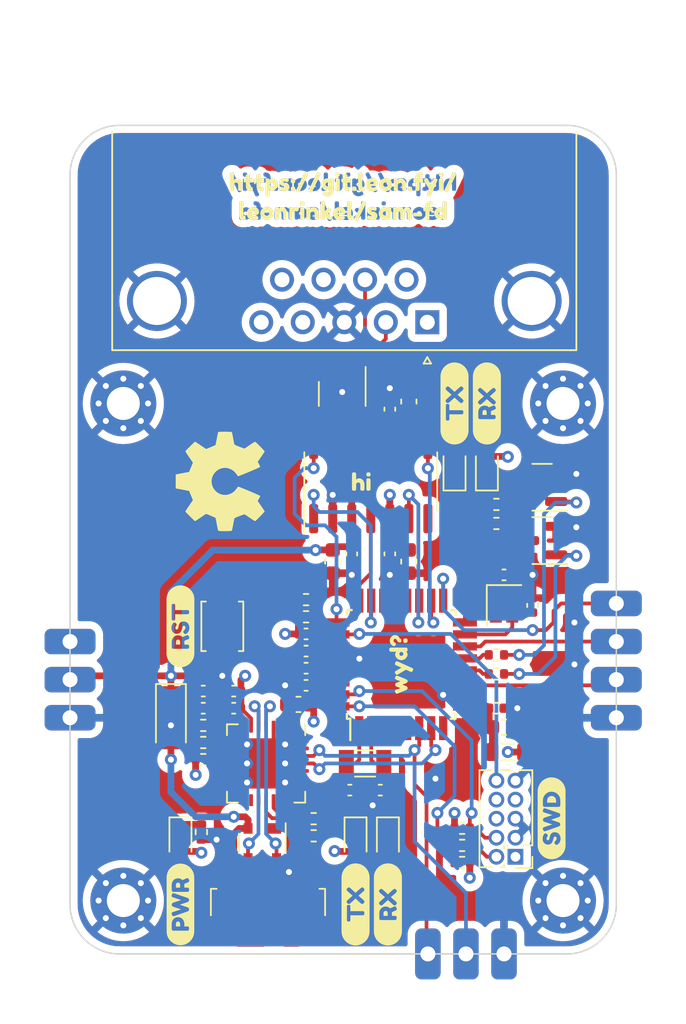
<source format=kicad_pcb>
(kicad_pcb (version 20211014) (generator pcbnew)
  (title_block (title "sam-fd") (date "2023-01-27") (rev "3") (company "Leon Rinkel") (comment 1 "leon@rinkel.me") (comment 2 "https://git.leon.fyi/leonrinkel/sam-fd"))
  (layers (0 "F.Cu" mixed) (1 "In1.Cu" power) (2 "In2.Cu" power) (31 "B.Cu" mixed) (34 "B.Paste" user) (35 "F.Paste" user) (36 "B.SilkS" user "B.Silkscreen") (37 "F.SilkS" user "F.Silkscreen") (38 "B.Mask" user) (39 "F.Mask" user) (44 "Edge.Cuts" user))
  (net 0 "")
  (net 1 "+3V3")
  (net 2 "/MCU/~{RESET}")
  (net 3 "GND")
  (net 4 "/MCU/XIN32")
  (net 5 "/MCU/XOUT32")
  (net 6 "/MCU/VDDANA")
  (net 7 "/MCU/VDDCORE")
  (net 8 "/MCU/XIN")
  (net 9 "/MCU/XOUT")
  (net 10 "+5V")
  (net 11 "Net-(D1-Pad1)")
  (net 12 "Net-(D2-Pad1)")
  (net 13 "Net-(D3-Pad1)")
  (net 14 "VBUS")
  (net 15 "/USB/D-")
  (net 16 "/USB/D+")
  (net 17 "Net-(D6-Pad1)")
  (net 18 "Net-(D7-Pad1)")
  (net 19 "Net-(J1-Pad2)")
  (net 20 "/MCU/SWCLK")
  (net 25 "/USB/SHIELD")
  (net 27 "/CAN/CAN_LOW")
  (net 31 "/CAN/CAN_HIGH")
  (net 34 "/RX_ACT")
  (net 35 "/TX_ACT")
  (net 36 "Net-(R5-Pad2)")
  (net 37 "/MCU/SWDIO")
  (net 38 "Net-(R10-Pad1)")
  (net 39 "Net-(R11-Pad2)")
  (net 40 "/USB/~{TXT}")
  (net 41 "/USB/~{RXT}")
  (net 42 "/MCU/PA02")
  (net 43 "/MCU/PA03")
  (net 44 "/MCU/PA04")
  (net 45 "/UART_TX")
  (net 46 "/UART_RX")
  (net 47 "/MCU/PA07")
  (net 48 "/CAN_~{ERR}")
  (net 49 "/CAN_EN")
  (net 50 "/CAN_~{STB}")
  (net 51 "/MCU/PA22")
  (net 52 "/MCU/PA23")
  (net 53 "/CAN_TX")
  (net 54 "/CAN_RX")
  (net 55 "/MCU/PA19")
  (net 56 "/MCU/PA28")
  (net 77 "Net-(Q1-Pad1)")
  (net 78 "Net-(Q2-Pad1)")
  (net 79 "/PA08")
  (net 80 "/PA11")
  (net 81 "/PA16")
  (net 82 "Net-(Q1-Pad3)")
  (net 83 "Net-(Q2-Pad3)")
  (footprint "kibuzzard-63D420B8" (layer "F.Cu") (at 103.759 66.421)
    (fp_text reference "kibuzzard-63D420B8" hide)
    (fp_text value "G***" hide)
  )
  (footprint "kibuzzard-63D40F1D" (layer "F.Cu") (at 116.459 88.8746 90)
    (fp_text reference "kibuzzard-63D40F1D" hide)
    (fp_text value "G***" hide)
  )
  (footprint "sam-fd:USB_Micro-B_Molex_47346-0001" (layer "F.Cu") (at 97.536 95.285)
    (fp_text reference "J2")
    (fp_text value "USB_B_Micro")
  )
  (footprint "Resistor_SMD:R_0402_1005Metric" (layer "F.Cu") (at 100.076 74.295 180)
    (fp_text reference "R5")
    (fp_text value "330Ω")
  )
  (footprint "Resistor_SMD:R_0402_1005Metric" (layer "F.Cu") (at 112.776 79.248)
    (fp_text reference "R6")
    (fp_text value "10kΩ")
  )
  (footprint "Crystal:Crystal_SMD_2016-4Pin_2.0x1.6mm" (layer "F.Cu") (at 113.284 74.676 -90)
    (fp_text reference "Y2")
    (fp_text value "32MHz")
  )
  (footprint "sam-fd:CastellatedHoles_1x04_P2.54mm" (layer "F.Cu") (at 120.777 82.169 180)
    (fp_text reference "J4")
    (fp_text value "Conn_01x04")
  )
  (footprint "Capacitor_SMD:C_0402_1005Metric" (layer "F.Cu") (at 105.664 61.595 90)
    (fp_text reference "C21")
    (fp_text value "100nF")
  )
  (footprint "Capacitor_SMD:C_0402_1005Metric" (layer "F.Cu") (at 95.25 81.534 180)
    (fp_text reference "C15" hide)
    (fp_text value "100nF")
  )
  (footprint "Symbol:OSHW-Symbol_6.7x6mm_SilkScreen" (layer "F.Cu") (at 94.361 66.421 90)
    (fp_text reference "REF**" hide)
    (fp_text value "OSHW-Symbol_6.7x6mm_SilkScreen" hide)
  )
  (footprint "LED_SMD:LED_0603_1608Metric" (layer "F.Cu") (at 109.982 65.532 90)
    (fp_text reference "D2")
    (fp_text value "GREEN")
  )
  (footprint "Capacitor_SMD:C_0402_1005Metric" (layer "F.Cu") (at 100.076 78.867 180)
    (fp_text reference "C8")
    (fp_text value "100nF")
  )
  (footprint "sam-fd:PinHeader_2x05_P1.27mm_Vertical" (layer "F.Cu") (at 114.046 91.44 180)
    (fp_text reference "J1")
    (fp_text value "Conn_ARM_JTAG_SWD_10")
  )
  (footprint "Resistor_SMD:R_0402_1005Metric" (layer "F.Cu") (at 112.776 69.215)
    (fp_text reference "R2")
    (fp_text value "68Ω")
  )
  (footprint "Resistor_SMD:R_0402_1005Metric" (layer "F.Cu") (at 93.218 82.677 180)
    (fp_text reference "R10")
    (fp_text value "47.5kΩ")
  )
  (footprint "kibuzzard-63D3DC15" (layer "F.Cu") (at 91.694 94.615 90)
    (fp_text reference "kibuzzard-63D3DC15" hide)
    (fp_text value "G***" hide)
  )
  (footprint "Connector_Dsub:DSUB-9_Male_Horizontal_P2.77x2.84mm_EdgePinOffset9.90mm_Housed_MountingHolesOffset11.32mm" (layer "F.Cu") (at 108.166 55.801331 180)
    (fp_text reference "J3")
    (fp_text value "DB9_Male_MountingHoles")
  )
  (footprint "sam-fd:CastellatedHoles_1x03_P2.54mm" (layer "F.Cu") (at 108.204 97.917 90)
    (fp_text reference "J6")
    (fp_text value "Conn_01x03")
  )
  (footprint "MountingHole:MountingHole_2.2mm_M2_Pad_Via" (layer "F.Cu") (at 117.221 94.361)
    (fp_text reference "H4")
    (fp_text value "MountingHole_Pad")
  )
  (footprint "Capacitor_SMD:C_0402_1005Metric" (layer "F.Cu") (at 93.218 81.534 180)
    (fp_text reference "C13")
    (fp_text value "100nF")
  )
  (footprint "kibuzzard-63E7A195" (layer "F.Cu") (at 102.5398 46.609)
    (fp_text reference "kibuzzard-63E7A195" hide)
    (fp_text value "G***" hide)
  )
  (footprint "kibuzzard-63E7A1EC" (layer "F.Cu") (at 102.5398 46.609)
    (fp_text reference "kibuzzard-63E7A1EC" hide)
    (fp_text value "G***" hide)
  )
  (footprint "kibuzzard-63D41F74" (layer "F.Cu") (at 106.426 78.613 90)
    (fp_text reference "kibuzzard-63D41F74" hide)
    (fp_text value "G***" hide)
  )
  (footprint "MountingHole:MountingHole_2.2mm_M2_Pad_Via" (layer "F.Cu") (at 87.884 61.214)
    (fp_text reference "H1")
    (fp_text value "MountingHole_Pad")
  )
  (footprint "kibuzzard-63E7A1A7" (layer "F.Cu") (at 102.5398 48.387)
    (fp_text reference "kibuzzard-63E7A1A7" hide)
    (fp_text value "G***" hide)
  )
  (footprint "Resistor_SMD:R_0402_1005Metric" (layer "F.Cu") (at 93.091 89.789 -90)
    (fp_text reference "R1")
    (fp_text value "68Ω")
  )
  (footprint "kibuzzard-63D3DC5C" (layer "F.Cu") (at 105.537 94.615 90)
    (fp_text reference "kibuzzard-63D3DC5C" hide)
    (fp_text value "G***" hide)
  )
  (footprint "Inductor_SMD:L_0805_2012Metric" (layer "F.Cu") (at 113.538 84.455 180)
    (fp_text reference "L1")
    (fp_text value "39nH")
  )
  (footprint "Package_SO:SO-14_3.9x8.65mm_P1.27mm" (layer "F.Cu") (at 104.394 66.421 90)
    (fp_text reference "U3")
    (fp_text value "TJA1443AT")
  )
  (footprint "Capacitor_SMD:C_0402_1005Metric" (layer "F.Cu") (at 103.124 71.247 -90)
    (fp_text reference "C17")
    (fp_text value "100nF")
  )
  (footprint "Package_QFP:TQFP-32_7x7mm_P0.8mm" (layer "F.Cu") (at 106.426 78.613 90)
    (fp_text reference "U1")
    (fp_text value "ATSAMC21E")
  )
  (footprint "Resistor_SMD:R_0402_1005Metric" (layer "F.Cu") (at 100.584 88.9)
    (fp_text reference "R12")
    (fp_text value "68Ω")
  )
  (footprint "Resistor_SMD:R_0402_1005Metric" (layer "F.Cu") (at 93.218 83.82)
    (fp_text reference "R9")
    (fp_text value "22.1kΩ")
  )
  (footprint "Diode_SMD:D_SOD-123" (layer "F.Cu") (at 91.059 82.169 -90)
    (fp_text reference "D5")
    (fp_text value "MBR130T1G")
  )
  (footprint "Capacitor_SMD:C_0402_1005Metric" (layer "F.Cu") (at 113.284 72.644)
    (fp_text reference "C11")
    (fp_text value "5.6pF")
  )
  (footprint "Package_TO_SOT_SMD:SOT-23" (layer "F.Cu") (at 115.824 70.358 180)
    (fp_text reference "Q1")
    (fp_text value "Q_NPN_BEC")
  )
  (footprint "kibuzzard-63D3DC5C" (layer "F.Cu") (at 112.141 61.214 90)
    (fp_text reference "kibuzzard-63D3DC5C" hide)
    (fp_text value "G***" hide)
  )
  (footprint "LED_SMD:LED_0603_1608Metric" (layer "F.Cu") (at 91.694 90.297 -90)
    (fp_text reference "D1")
    (fp_text value "RED")
  )
  (footprint "Package_TO_SOT_SMD:SOT-23" (layer "F.Cu") (at 115.824 66.802 180)
    (fp_text reference "Q2")
    (fp_text value "Q_NPN_BEC")
  )
  (footprint "Capacitor_SMD:C_0402_1005Metric" (layer "F.Cu") (at 115.189 74.676 90)
    (fp_text reference "C10")
    (fp_text value "5.6pF")
  )
  (footprint "Capacitor_SMD:C_0603_1608Metric" (layer "F.Cu") (at 113.284 82.804)
    (fp_text reference "C4")
    (fp_text value "10µF")
  )
  (footprint "LED_SMD:LED_0603_1608Metric" (layer "F.Cu") (at 112.141 65.532 90)
    (fp_text reference "D3")
    (fp_text value "GREEN")
  )
  (footprint "Capacitor_SMD:C_0402_1005Metric" (layer "F.Cu") (at 100.076 77.724 180)
    (fp_text reference "C6")
    (fp_text value "1µF")
  )
  (footprint "Resistor_SMD:R_0402_1005Metric" (layer "F.Cu") (at 93.218 84.963)
    (fp_text reference "R11")
    (fp_text value "1kΩ")
  )
  (footprint "Resistor_SMD:R_0402_1005Metric" (layer "F.Cu") (at 100.584 90.043)
    (fp_text reference "R13")
    (fp_text value "68Ω")
  )
  (footprint "Package_TO_SOT_SMD:SOT-23-3" (layer "F.Cu") (at 102.489 60.579 -90)
    (fp_text reference "U4")
    (fp_text value "PESD2CANFD24L")
  )
  (footprint "kibuzzard-63E7A1F6" (layer "F.Cu") (at 102.5398 48.387)
    (fp_text reference "kibuzzard-63E7A1F6" hide)
    (fp_text value "G***" hide)
  )
  (footprint "MountingHole:MountingHole_2.2mm_M2_Pad_Via" (layer "F.Cu") (at 117.221 61.214)
    (fp_text reference "H2")
    (fp_text value "MountingHole_Pad")
  )
  (footprint "Resistor_SMD:R_0402_1005Metric" (layer "F.Cu") (at 110.49 89.535)
    (fp_text reference "R14")
    (fp_text value "47.5kΩ")
  )
  (footprint "Capacitor_SMD:C_0603_1608Metric" (layer "F.Cu") (at 99.568 81.28 180)
    (fp_text reference "C7")
    (fp_text value "10µF")
  )
  (footprint "Resistor_SMD:R_0402_1005Metric" (layer "F.Cu") (at 110.49 91.821 180)
    (fp_text reference "R15")
    (fp_text value "47.5kΩ")
  )
  (footprint "Resistor_SMD:R_0402_1005Metric" (layer "F.Cu") (at 100.076 75.438)
    (fp_text reference "R4")
    (fp_text value "2.2kΩ")
  )
  (footprint "Resistor_SMD:R_0402_1005Metric" (layer "F.Cu") (at 112.776 67.945)
    (fp_text reference "R3")
    (fp_text value "68Ω")
  )
  (footprint "Capacitor_SMD:C_0402_1005Metric" (layer "F.Cu") (at 102.997 86.995 180)
    (fp_text reference "C2")
    (fp_text value "4.7pF")
  )
  (footprint "Capacitor_SMD:C_0402_1005Metric" (layer "F.Cu") (at 105.029 86.995)
    (fp_text reference "C3")
    (fp_text value "4.7pF")
  )
  (footprint "Package_DFN_QFN:QFN-28-1EP_5x5mm_P0.5mm_EP3.35x3.35mm" (layer "F.Cu") (at 97.409 85.217 -90)
    (fp_text reference "U2")
    (fp_text value "CP2102N-Axx-xQFN28")
  )
  (footprint "kibuzzard-63D40257" (layer "F.Cu") (at 91.694 76.073 90)
    (fp_text reference "kibuzzard-63D40257" hide)
    (fp_text value "G***" hide)
  )
  (footprint "Capacitor_SMD:C_0603_1608Metric" (layer "F.Cu") (at 106.934 61.087 90)
    (fp_text reference "C19")
    (fp_text value "10µF")
  )
  (footprint "Package_TO_SOT_SMD:SOT-143" (layer "F.Cu") (at 97.155 90.551 -90)
    (fp_text reference "D4")
    (fp_text value "SP0503BAHT")
  )
  (footprint "Capacitor_SMD:C_0603_1608Metric" (layer "F.Cu") (at 101.854 71.755 -90)
    (fp_text reference "C16")
    (fp_text value "10µF")
  )
  (footprint "Capacitor_SMD:C_0402_1005Metric" (layer "F.Cu") (at 105.664 71.247 -90)
    (fp_text reference "C20")
    (fp_text value "100nF")
  )
  (footprint "kibuzzard-63D3DC51" (layer "F.Cu") (at 103.378 94.615 90)
    (fp_text reference "kibuzzard-63D3DC51" hide)
    (fp_text value "G***" hide)
  )
  (footprint "kibuzzard-63D3DC51" (layer "F.Cu") (at 109.982 61.214 90)
    (fp_text reference "kibuzzard-63D3DC51" hide)
    (fp_text value "G***" hide)
  )
  (footprint "Capacitor_SMD:C_0603_1608Metric" (layer "F.Cu") (at 106.934 71.755 -90)
    (fp_text reference "C18")
    (fp_text value "10µF")
  )
  (footprint "Resistor_SMD:R_0402_1005Metric" (layer "F.Cu") (at 110.488 90.68)
    (fp_text reference "R8")
    (fp_text value "22Ω")
  )
  (footprint "Symbol:OSHW-Symbol_6.7x6mm_Copper" (layer "F.Cu") (at 94.361 66.421 90)
    (fp_text reference "REF**" hide)
    (fp_text value "OSHW-Symbol_6.7x6mm_Copper" hide)
  )
  (footprint "Capacitor_SMD:C_0402_1005Metric" (layer "F.Cu") (at 95.25 80.391 180)
    (fp_text reference "C14" hide)
    (fp_text value "4.7µF")
  )
  (footprint "Capacitor_SMD:C_0402_1005Metric" (layer "F.Cu") (at 93.218 80.391 180)
    (fp_text reference "C12")
    (fp_text value "4.7µF")
  )
  (footprint "LED_SMD:LED_0603_1608Metric" (layer "F.Cu") (at 103.378 90.297 -90)
    (fp_text reference "D7")
    (fp_text value "YELLOW")
  )
  (footprint "Crystal:Crystal_SMD_3215-2Pin_3.2x1.5mm" (layer "F.Cu") (at 104.013 85.217)
    (fp_text reference "Y1")
    (fp_text value "32.768kHz")
  )
  (footprint "Button_Switch_SMD:SW_SPST_B3U-1000P" (layer "F.Cu") (at 94.488 76.073 90)
    (fp_text reference "SW1")
    (fp_text value "SW_Push")
  )
  (footprint "sam-fd:CastellatedHoles_1x03_P2.54mm" (layer "F.Cu") (at 84.328 77.089)
    (fp_text reference "J5")
    (fp_text value "Conn_01x03")
  )
  (footprint "LED_SMD:LED_0603_1608Metric" (layer "F.Cu") (at 105.537 90.297 -90)
    (fp_text reference "D6")
    (fp_text value "YELLOW")
  )
  (footprint "Capacitor_SMD:C_0402_1005Metric" (layer "F.Cu") (at 100.076 80.01 180)
    (fp_text reference "C9")
    (fp_text value "100nF")
  )
  (footprint "Capacitor_SMD:C_0402_1005Metric" (layer "F.Cu") (at 100.076 76.581)
    (fp_text reference "C1")
    (fp_text value "100pF")
  )
  (footprint "Resistor_SMD:R_0402_1005Metric" (layer "F.Cu") (at 112.776 77.978)
    (fp_text reference "R7")
    (fp_text value "10kΩ")
  )
  (footprint "Capacitor_SMD:C_0402_1005Metric" (layer "F.Cu") (at 112.776 81.534)
    (fp_text reference "C5")
    (fp_text value "100nF")
  )
  (footprint "MountingHole:MountingHole_2.2mm_M2_Pad_Via" (layer "F.Cu") (at 87.884 94.361)
    (fp_text reference "H3")
    (fp_text value "MountingHole_Pad")
  )
  (footprint "kibuzzard-63E7A25C" (layer "B.Cu") (at 102.5398 46.609 180)
    (fp_text reference "kibuzzard-63E7A25C" hide)
    (fp_text value "G***" hide)
  )
  (footprint "kibuzzard-63E7A280" (layer "B.Cu") (at 102.5398 48.387 180)
    (fp_text reference "kibuzzard-63E7A280" hide)
    (fp_text value "G***" hide)
  )
  (gr_arc (start 120.777 94.615) (mid 119.809867 96.949867) (end 117.475 97.917) (layer "Edge.Cuts") (width 0.1))
  (gr_line (start 87.63 42.672) (end 117.475 42.672) (layer "Edge.Cuts") (width 0.1))
  (gr_line (start 120.777 45.974) (end 120.777 94.615) (layer "Edge.Cuts") (width 0.1))
  (gr_arc (start 117.475 42.672) (mid 119.809867 43.639133) (end 120.777 45.974) (layer "Edge.Cuts") (width 0.1))
  (gr_arc (start 84.328 45.974) (mid 85.295133 43.639133) (end 87.63 42.672) (layer "Edge.Cuts") (width 0.1))
  (gr_line (start 84.328 94.615) (end 84.328 45.974) (layer "Edge.Cuts") (width 0.1))
  (gr_line (start 117.475 97.917) (end 87.63 97.917) (layer "Edge.Cuts") (width 0.1))
  (gr_arc (start 87.63 97.917) (mid 85.295133 96.949867) (end 84.328 94.615) (layer "Edge.Cuts") (width 0.1))
  (segment (start 96.409 82.213) (end 95.73 81.534) (width 0.25) (layer "F.Cu") (net 1))
  (segment (start 102.176 79.813) (end 100.753 79.813) (width 0.45) (layer "F.Cu") (net 1))
  (segment (start 103.378 91.0845) (end 102.0065 91.0845) (width 0.45) (layer "F.Cu") (net 1))
  (segment (start 100.753 79.813) (end 100.556 80.01) (width 0.45) (layer "F.Cu") (net 1))
  (segment (start 111 92.835) (end 110.998 92.837) (width 0.45) (layer "F.Cu") (net 1))
  (segment (start 105.664 68.896) (end 105.664 67.31) (width 0.45) (layer "F.Cu") (net 1))
  (segment (start 99.566 76.551) (end 99.596 76.581) (width 0.45) (layer "F.Cu") (net 1))
  (segment (start 109.982 64.7445) (end 112.141 64.7445) (width 0.45) (layer "F.Cu") (net 1))
  (segment (start 105.537 91.0845) (end 103.378 91.0845) (width 0.45) (layer "F.Cu") (net 1))
  (segment (start 99.596 76.581) (end 98.679 76.581) (width 0.45) (layer "F.Cu") (net 1))
  (segment (start 114.6005 84.455) (end 113.538 84.455) (width 0.45) (layer "F.Cu") (net 1))
  (segment (start 96.409 82.767) (end 96.409 82.213) (width 0.25) (layer "F.Cu") (net 1))
  (segment (start 95.73 79.657) (end 96.012 79.375) (width 0.45) (layer "F.Cu") (net 1))
  (segment (start 111 91.821) (end 111 92.835) (width 0.45) (layer "F.Cu") (net 1))
  (segment (start 100.556 80.01) (end 100.556 81.067) (width 0.45) (layer "F.Cu") (net 1))
  (segment (start 92.708 85.977) (end 92.71 85.979) (width 0.45) (layer "F.Cu") (net 1))
  (segment (start 109.98 88.521) (end 109.982 88.519) (width 0.45) (layer "F.Cu") (net 1))
  (segment (start 95.73 80.391) (end 95.73 81.534) (width 0.45) (layer "F.Cu") (net 1))
  (segment (start 92.708 84.963) (end 92.708 85.977) (width 0.45) (layer "F.Cu") (net 1))
  (segment (start 99.566 75.438) (end 99.566 76.551) (width 0.45) (layer "F.Cu") (net 1))
  (segment (start 113.5125 64.7445) (end 113.538 64.77) (width 0.45) (layer "F.Cu") (net 1))
  (segment (start 91.694 91.0845) (end 93.007 91.0845) (width 0.45) (layer "F.Cu") (net 1))
  (segment (start 109.98 89.535) (end 109.98 88.521) (width 0.45) (layer "F.Cu") (net 1))
  (segment (start 105.664 70.767) (end 106.721 70.767) (width 0.45) (layer "F.Cu") (net 1))
  (segment (start 106.721 70.767) (end 106.934 70.98) (width 0.45) (layer "F.Cu") (net 1))
  (segment (start 100.584 82.423) (end 100.584 81.521) (width 0.45) (layer "F.Cu") (net 1))
  (segment (start 93.007 91.0845) (end 93.091 91.1685) (width 0.45) (layer "F.Cu") (net 1))
  (segment (start 112.141 64.7445) (end 113.5125 64.7445) (width 0.45) (layer "F.Cu") (net 1))
  (segment (start 102.0065 91.0845) (end 101.981 91.059) (width 0.45) (layer "F.Cu") (net 1))
  (segment (start 95.73 80.391) (end 95.73 79.657) (width 0.45) (layer "F.Cu") (net 1))
  (segment (start 105.664 68.896) (end 105.664 70.767) (width 0.45) (layer "F.Cu") (net 1))
  (segment (start 100.556 81.067) (end 100.343 81.28) (width 0.45) (layer "F.Cu") (net 1))
  (segment (start 100.584 81.521) (end 100.343 81.28) (width 0.45) (layer "F.Cu") (net 1))
  (via (at 105.664 67.31) (size 0.8) (drill 0.4) (layers "F.Cu" "B.Cu") (net 1))
  (via (at 92.71 85.979) (size 0.8) (drill 0.4) (layers "F.Cu" "B.Cu") (net 1))
  (via (at 110.998 92.837) (size 0.8) (drill 0.4) (layers "F.Cu" "B.Cu") (net 1))
  (via (at 101.981 91.059) (size 0.8) (drill 0.4) (layers "F.Cu" "B.Cu") (net 1))
  (via (at 113.538 84.455) (size 0.8) (drill 0.4) (layers "F.Cu" "B.Cu") (net 1))
  (via (at 100.584 82.423) (size 0.8) (drill 0.4) (layers "F.Cu" "B.Cu") (net 1))
  (via (at 113.538 64.77) (size 0.8) (drill 0.4) (layers "F.Cu" "B.Cu") (net 1))
  (via (at 109.982 88.519) (size 0.8) (drill 0.4) (layers "F.Cu" "B.Cu") (net 1))
  (via (at 96.012 79.375) (size 0.8) (drill 0.4) (layers "F.Cu" "B.Cu") (net 1))
  (via (at 98.679 76.581) (size 0.8) (drill 0.4) (layers "F.Cu" "B.Cu") (net 1))
  (via (at 93.091 91.1685) (size 0.8) (drill 0.4) (layers "F.Cu" "B.Cu") (net 1))
  (segment (start 100.586 74.295) (end 100.586 75.438) (width 0.25) (layer "F.Cu") (net 2))
  (segment (start 100.556 76.581) (end 102.144 76.581) (width 0.25) (layer "F.Cu") (net 2))
  (segment (start 103.6 76.613) (end 103.632 76.581) (width 0.25) (layer "F.Cu") (net 2))
  (segment (start 100.586 76.551) (end 100.556 76.581) (width 0.25) (layer "F.Cu") (net 2))
  (segment (start 102.144 76.581) (end 102.176 76.613) (width 0.25) (layer "F.Cu") (net 2))
  (segment (start 102.176 76.613) (end 103.6 76.613) (width 0.25) (layer "F.Cu") (net 2))
  (segment (start 100.586 75.438) (end 100.586 76.551) (width 0.25) (layer "F.Cu") (net 2))
  (via (at 103.632 76.581) (size 0.8) (drill 0.4) (layers "F.Cu" "B.Cu") (net 2))
  (segment (start 109.728 76.581) (end 112.776 79.629) (width 0.25) (layer "B.Cu") (net 2))
  (segment (start 112.776 79.629) (end 112.776 86.36) (width 0.25) (layer "B.Cu") (net 2))
  (segment (start 103.632 76.581) (end 109.728 76.581) (width 0.25) (layer "B.Cu") (net 2))
  (segment (start 113.834 74.126) (end 113.834 73.976) (width 0.15) (layer "F.Cu") (net 3))
  (segment (start 113.764 72.644) (end 115.189 72.644) (width 0.45) (layer "F.Cu") (net 3))
  (segment (start 118.049 65.852) (end 118.11 65.913) (width 0.45) (layer "F.Cu") (net 3))
  (segment (start 93.091 90.299) (end 94.105 90.299) (width 0.45) (layer "F.Cu") (net 3))
  (segment (start 92.708 81.564) (end 92.738 81.534) (width 0.45) (layer "F.Cu") (net 3))
  (segment (start 104.549 87.983) (end 104.521 88.011) (width 0.45) (layer "F.Cu") (net 3))
  (segment (start 113.764 72.644) (end 113.764 73.906) (width 0.45) (layer "F.Cu") (net 3))
  (segment (start 103.613 78.213) (end 103.632 78.232) (width 0.45) (layer "F.Cu") (net 3))
  (segment (start 109.252 80.613) (end 109.22 80.645) (width 0.45) (layer "F.Cu") (net 3))
  (segment (start 97.905 89.551) (end 98.695 89.551) (width 0.45) (layer "F.Cu") (net 3))
  (segment (start 114.054 74.196) (end 113.834 73.976) (width 0.45) (layer "F.Cu") (net 3))
  (segment (start 115.189 74.196) (end 114.054 74.196) (width 0.45) (layer "F.Cu") (net 3))
  (segment (start 99.596 77.724) (end 99.596 78.867) (width 0.45) (layer "F.Cu") (net 3))
  (segment (start 94.488 79.375) (end 94.488 77.773) (width 0.45) (layer "F.Cu") (net 3))
  (segment (start 94.77 80.391) (end 94.77 79.657) (width 0.45) (layer "F.Cu") (net 3))
  (segment (start 94.105 90.299) (end 94.107 90.297) (width 0.45) (layer "F.Cu") (net 3))
  (segment (start 99.596 80.01) (end 98.679 80.01) (width 0.45) (layer "F.Cu") (net 3))
  (segment (start 98.933 89.789) (end 98.933 92.456) (width 0.45) (layer "F.Cu") (net 3))
  (segment (start 113.256 81.534) (end 114.173 81.534) (width 0.45) (layer "F.Cu") (net 3))
  (segment (start 103.01 72.53) (end 103.124 72.644) (width 0.45) (layer "F.Cu") (net 3))
  (segment (start 94.77 79.657) (end 94.488 79.375) (width 0.45) (layer "F.Cu") (net 3))
  (segment (start 101.854 68.896) (end 101.854 67.31) (width 0.45) (layer "F.Cu") (net 3))
  (segment (start 98.793 81.28) (end 98.793 80.124) (width 0.45) (layer "F.Cu") (net 3))
  (segment (start 98.793 80.124) (end 98.679 80.01) (width 0.45) (layer "F.Cu") (net 3))
  (segment (start 94.77 80.391) (end 94.77 81.534) (width 0.45) (layer "F.Cu") (net 3))
  (segment (start 99.596 78.867) (end 99.596 80.01) (width 0.45) (layer "F.Cu") (net 3))
  (segment (start 97.909 84.717) (end 97.409 85.217) (width 0.25) (layer "F.Cu") (net 3))
  (segment (start 112.734 75.226) (end 113.834 74.126) (width 0.15) (layer "F.Cu") (net 3))
  (segment (start 105.664 71.727) (end 105.664 72.644) (width 0.45) (layer "F.Cu") (net 3))
  (segment (start 114.059 82.804) (end 114.059 81.648) (width 0.45) (layer "F.Cu") (net 3))
  (segment (start 105.778 72.53) (end 105.664 72.644) (width 0.45) (layer "F.Cu") (net 3))
  (segment (start 116.7615 65.852) (end 118.049 65.852) (width 0.45) (layer "F.Cu") (net 3))
  (segment (start 92.738 80.391) (end 92.738 81.534) (width 0.45) (layer "F.Cu") (net 3))
  (segment (start 104.549 86.995) (end 104.549 87.983) (width 0.45) (layer "F.Cu") (net 3))
  (segment (start 97.909 82.767) (end 97.909 84.717) (width 0.25) (layer "F.Cu") (net 3))
  (segment (start 118.049 69.408) (end 118.11 69.469) (width 0.45) (layer "F.Cu") (net 3))
  (segment (start 115.189 74.196) (end 115.189 72.644) (width 0.45) (layer "F.Cu") (net 3))
  (segment (start 106.934 72.53) (end 105.778 72.53) (width 0.45) (layer "F.Cu") (net 3))
  (segment (start 105.664 61.115) (end 105.664 60.198) (width 0.45) (layer "F.Cu") (net 3))
  (segment (start 101.854 72.53) (end 103.01 72.53) (width 0.45) (layer "F.Cu") (net 3))
  (segment (start 113.764 73.906) (end 113.834 73.976) (width 0.45) (layer "F.Cu") (net 3))
  (segment (start 102.489 61.7165) (end 102.489 60.452) (width 0.45) (layer "F.Cu") (net 3))
  (segment (start 102.176 78.213) (end 103.613 78.213) (width 0.45) (layer "F.Cu") (net 3))
  (segment (start 110.676 80.613) (end 109.252 80.613) (width 0.45) (layer "F.Cu") (net 3))
  (segment (start 105.778 60.312) (end 105.664 60.198) (width 0.45) (layer "F.Cu") (net 3))
  (segment (start 114.059 81.648) (end 114.173 81.534) (width 0.45) (layer "F.Cu") (net 3))
  (segment (start 112.734 75.376) (end 112.734 75.226) (width 0.15) (layer "F.Cu") (net 3))
  (segment (start 92.708 82.677) (end 92.708 81.564) (width 0.45) (layer "F.Cu") (net 3))
  (segment (start 98.695 89.551) (end 98.933 89.789) (width 0.45) (layer "F.Cu") (net 3))
  (segment (start 98.836 92.553) (end 98.933 92.456) (width 0.45) (layer "F.Cu") (net 3))
  (segment (start 98.836 93.825) (end 98.836 92.553) (width 0.45) (layer "F.Cu") (net 3))
  (segment (start 103.477 86.995) (end 104.549 86.995) (width 0.45) (layer "F.Cu") (net 3))
  (segment (start 103.124 71.727) (end 103.124 72.644) (width 0.45) (layer "F.Cu") (net 3))
  (segment (start 116.7615 69.408) (end 118.049 69.408) (width 0.45) (layer "F.Cu") (net 3))
  (segment (start 92.708 82.677) (end 91.059 82.677) (width 0.45) (layer "F.Cu") (net 3))
  (segment (start 106.934 60.312) (end 105.778 60.312) (width 0.45) (layer "F.Cu") (net 3))
  (via (at 91.059 82.677) (size 0.8) (drill 0.4) (layers "F.Cu" "B.Cu") (net 3))
  (via (at 103.632 78.232) (size 0.8) (drill 0.4) (layers "F.Cu" "B.Cu") (net 3))
  (via (at 104.521 88.011) (size 0.8) (drill 0.4) (layers "F.Cu" "B.Cu") (net 3))
  (via (at 118.11 69.469) (size 0.8) (drill 0.4) (layers "F.Cu" "B.Cu") (net 3))
  (via (at 98.933 92.456) (size 0.8) (drill 0.4) (layers "F.Cu" "B.Cu") (net 3))
  (via (at 115.189 72.644) (size 0.8) (drill 0.4) (layers "F.Cu" "B.Cu") (net 3))
  (via (at 96.139 83.947) (size 0.8) (drill 0.4) (layers "F.Cu" "B.Cu") (net 3))
  (via (at 96.139 86.487) (size 0.8) (drill 0.4) (layers "F.Cu" "B.Cu") (net 3))
  (via (at 96.139 85.217) (size 0.8) (drill 0.4) (layers "F.Cu" "B.Cu") (net 3))
  (via (at 118.11 65.913) (size 0.8) (drill 0.4) (layers "F.Cu" "B.Cu") (net 3))
  (via (at 105.664 72.644) (size 0.8) (drill 0.4) (layers "F.Cu" "B.Cu") (net 3))
  (via (at 103.124 72.644) (size 0.8) (drill 0.4) (layers "F.Cu" "B.Cu") (net 3))
  (via (at 94.488 79.375) (size 0.8) (drill 0.4) (layers "F.Cu" "B.Cu") (net 3))
  (via (at 98.679 80.01) (size 0.8) (drill 0.4) (layers "F.Cu" "B.Cu") (net 3))
  (via (at 105.664 60.198) (size 0.8) (drill 0.4) (layers "F.Cu" "B.Cu") (net 3))
  (via (at 102.489 60.452) (size 0.8) (drill 0.4) (layers "F.Cu" "B.Cu") (net 3))
  (via (at 114.173 81.534) (size 0.8) (drill 0.4) (layers "F.Cu" "B.Cu") (net 3))
  (via (at 98.679 86.487) (size 0.8) (drill 0.4) (layers "F.Cu" "B.Cu") (net 3))
  (via (at 117.983 78.613) (size 0.8) (drill 0.4) (layers "F.Cu" "B.Cu") (net 3))
  (via (at 98.679 83.947) (size 0.8) (drill 0.4) (layers "F.Cu" "B.Cu") (net 3))
  (via (at 117.983 75.819) (size 0.8) (drill 0.4) (layers "F.Cu" "B.Cu") (net 3))
  (via (at 108.712 86.233) (size 0.8) (drill 0.4) (layers "F.Cu" "B.Cu") (net 3))
  (via (at 98.679 85.217) (size 0.8) (drill 0.4) (layers "F.Cu" "B.Cu") (net 3))
  (via (at 109.22 80.645) (size 0.8) (drill 0.4) (layers "F.Cu" "B.Cu") (net 3))
  (via (at 94.107 90.297) (size 0.8) (drill 0.4) (layers "F.Cu" "B.Cu") (net 3))
  (via (at 101.854 67.31) (size 0.8) (drill 0.4) (layers "F.Cu" "B.Cu") (net 3))
  (segment (start 102.517 86.995) (end 102.517 85.463) (width 0.25) (layer "F.Cu") (net 4))
  (segment (start 102.517 85.463) (end 102.763 85.217) (width 0.25) (layer "F.Cu") (net 4))
  (segment (start 103.626 82.863) (end 103.626 84.969) (width 0.25) (layer "F.Cu") (net 4))
  (segment (start 103.626 84.969) (end 103.378 85.217) (width 0.25) (layer "F.Cu") (net 4))
  (segment (start 103.378 85.217) (end 102.763 85.217) (width 0.25) (layer "F.Cu") (net 4))
  (segment (start 104.648 85.217) (end 105.263 85.217) (width 0.25) (layer "F.Cu") (net 5))
  (segment (start 104.426 84.995) (end 104.648 85.217) (width 0.25) (layer "F.Cu") (net 5))
  (segment (start 104.426 82.863) (end 104.426 84.995) (width 0.25) (layer "F.Cu") (net 5))
  (segment (start 105.509 85.463) (end 105.263 85.217) (width 0.25) (layer "F.Cu") (net 5))
  (segment (start 105.509 86.995) (end 105.509 85.463) (width 0.25) (layer "F.Cu") (net 5))
  (segment (start 112.509 84.4215) (end 112.4755 84.455) (width 0.45) (layer "F.Cu") (net 6))
  (segment (start 112.509 82.804) (end 112.509 84.4215) (width 0.45) (layer "F.Cu") (net 6))
  (segment (start 112.296 81.534) (end 112.296 82.591) (width 0.45) (layer "F.Cu") (net 6))
  (segment (start 112.175 81.413) (end 112.296 81.534) (width 0.45) (layer "F.Cu") (net 6))
  (segment (start 112.296 82.591) (end 112.509 82.804) (width 0.45) (layer "F.Cu") (net 6))
  (segment (start 110.676 81.413) (end 112.175 81.413) (width 0.45) (layer "F.Cu") (net 6))
  (segment (start 100.556 78.867) (end 100.556 77.724) (width 0.45) (layer "F.Cu") (net 7))
  (segment (start 100.702 79.013) (end 100.556 78.867) (width 0.45) (layer "F.Cu") (net 7))
  (segment (start 102.176 79.013) (end 100.702 79.013) (width 0.45) (layer "F.Cu") (net 7))
  (segment (start 115.189 75.156) (end 114.054 75.156) (width 0.25) (layer "F.Cu") (net 8))
  (segment (start 114.054 75.156) (end 113.834 75.376) (width 0.25) (layer "F.Cu") (net 8))
  (segment (start 110.676 76.613) (end 113.379 76.613) (width 0.25) (layer "F.Cu") (net 8))
  (segment (start 113.834 76.158) (end 113.834 75.376) (width 0.25) (layer "F.Cu") (net 8))
  (segment (start 113.379 76.613) (end 113.834 76.158) (width 0.25) (layer "F.Cu") (net 8))
  (segment (start 112.734 73.976) (end 111.571 73.976) (width 0.25) (layer "F.Cu") (net 9))
  (segment (start 111.571 73.976) (end 110.676 74.871) (width 0.25) (layer "F.Cu") (net 9))
  (segment (start 112.804 72.644) (end 112.804 73.906) (width 0.25) (layer "F.Cu") (net 9))
  (segment (start 112.804 73.906) (end 112.734 73.976) (width 0.25) (layer "F.Cu") (net 9))
  (segment (start 110.676 74.871) (end 110.676 75.813) (width 0.25) (layer "F.Cu") (net 9))
  (segment (start 102.067 70.767) (end 101.854 70.98) (width 0.45) (layer "F.Cu") (net 10))
  (segment (start 106.721 62.075) (end 106.934 61.862) (width 0.45) (layer "F.Cu") (net 10))
  (segment (start 91.059 80.519) (end 91.059 79.375) (width 0.45) (layer "F.Cu") (net 10))
  (segment (start 105.664 65.151) (end 105.664 63.946) (width 0.45) (layer "F.Cu") (net 10))
  (segment (start 91.059 79.375) (end 84.582 79.375) (width 0.45) (layer "F.Cu") (net 10))
  (segment (start 101.854 70.98) (end 100.724 70.98) (width 0.45) (layer "F.Cu") (net 10))
  (segment (start 105.664 62.075) (end 106.721 62.075) (width 0.45) (layer "F.Cu") (net 10))
  (segment (start 95.909 82.767) (end 94.931 82.767) (width 0.25) (layer "F.Cu") (net 10))
  (segment (start 94.931 82.767) (end 93.698 81.534) (width 0.25) (layer "F.Cu") (net 10))
  (segment (start 93.698 79.855) (end 93.698 80.391) (width 0.45) (layer "F.Cu") (net 10))
  (segment (start 93.698 80.391) (end 93.698 81.534) (width 0.45) (layer "F.Cu") (net 10))
  (segment (start 100.724 70.98) (end 100.711 70.993) (width 0.45) (layer "F.Cu") (net 10))
  (segment (start 84.582 79.375) (end 84.328 79.629) (width 0.45) (layer "F.Cu") (net 10))
  (segment (start 103.124 68.896) (end 103.124 67.691) (width 0.45) (layer "F.Cu") (net 10))
  (segment (start 103.124 68.896) (end 103.124 70.767) (width 0.45) (layer "F.Cu") (net 10))
  (segment (start 91.059 79.375) (end 93.218 79.375) (width 0.45) (layer "F.Cu") (net 10))
  (segment (start 105.664 63.946) (end 105.664 62.075) (width 0.45) (layer "F.Cu") (net 10))
  (segment (start 103.124 67.691) (end 105.664 65.151) (width 0.45) (layer "F.Cu") (net 10))
  (segment (start 103.124 70.767) (end 102.067 70.767) (width 0.45) (layer "F.Cu") (net 10))
  (segment (start 93.218 79.375) (end 93.698 79.855) (width 0.45) (layer "F.Cu") (net 10))
  (via (at 100.711 70.993) (size 0.8) (drill 0.4) (layers "F.Cu" "B.Cu") (net 10))
  (via (at 91.059 79.375) (size 0.8) (drill 0.4) (layers "F.Cu" "B.Cu") (net 10))
  (segment (start 91.059 73.787) (end 93.853 70.993) (width 0.45) (layer "B.Cu") (net 10))
  (segment (start 91.059 79.375) (end 91.059 73.787) (width 0.45) (layer "B.Cu") (net 10))
  (segment (start 93.853 70.993) (end 100.711 70.993) (width 0.45) (layer "B.Cu") (net 10))
  (segment (start 91.9245 89.279) (end 91.694 89.5095) (width 0.45) (layer "F.Cu") (net 11))
  (segment (start 93.091 89.279) (end 91.9245 89.279) (width 0.45) (layer "F.Cu") (net 11))
  (segment (start 111.252 69.215) (end 109.982 67.945) (width 0.45) (layer "F.Cu") (net 12))
  (segment (start 109.982 67.945) (end 109.982 66.3195) (width 0.45) (layer "F.Cu") (net 12))
  (segment (start 112.266 69.215) (end 111.252 69.215) (width 0.45) (layer "F.Cu") (net 12))
  (segment (start 112.266 67.945) (end 112.266 66.4445) (width 0.45) (layer "F.Cu") (net 13))
  (segment (start 112.266 66.4445) (end 112.141 66.3195) (width 0.45) (layer "F.Cu") (net 13))
  (segment (start 95.615 89.551) (end 96.205 89.551) (width 0.45) (layer "F.Cu") (net 14))
  (segment (start 91.06 83.82) (end 91.059 83.819) (width 0.45) (layer "F.Cu") (net 14))
  (segment (start 95.25 91.948) (end 95.25 89.916) (width 0.45) (layer "F.Cu") (net 14))
  (segment (start 95.25 89.916) (end 95.615 89.551) (width 0.45) (layer "F.Cu") (net 14))
  (segment (start 92.708 83.82) (end 91.06 83.82) (width 0.45) (layer "F.Cu") (net 14))
  (segment (start 96.236 92.934) (end 95.25 91.948) (width 0.45) (layer "F.Cu") (net 14))
  (segment (start 96.236 93.825) (end 96.236 92.934) (width 0.45) (layer "F.Cu") (net 14))
  (segment (start 96.205 88.966) (end 96.012 88.773) (width 0.45) (layer "F.Cu") (net 14))
  (segment (start 96.205 89.551) (end 96.205 88.966) (width 0.45) (layer "F.Cu") (net 14))
  (segment (start 96.012 88.773) (end 95.25 88.773) (width 0.45) (layer "F.Cu") (net 14))
  (segment (start 91.059 83.819) (end 91.059 84.963) (width 0.45) (layer "F.Cu") (net 14))
  (via (at 91.059 84.963) (size 0.8) (drill 0.4) (layers "F.Cu" "B.Cu") (net 14))
  (via (at 95.25 88.773) (size 0.8) (drill 0.4) (layers "F.Cu" "B.Cu") (net 14))
  (segment (start 91.059 87.122) (end 91.059 84.963) (width 0.45) (layer "B.Cu") (net 14))
  (segment (start 92.71 88.773) (end 91.059 87.122) (width 0.45) (layer "B.Cu") (net 14))
  (segment (start 95.25 88.773) (end 92.71 88.773) (width 0.45) (layer "B.Cu") (net 14))
  (segment (start 96.205 91.551) (end 96.205 90.612) (width 0.25) (layer "F.Cu") (net 15))
  (segment (start 96.909 81.669) (end 96.909 82.767) (width 0.25) (layer "F.Cu") (net 15))
  (segment (start 96.647 81.407) (end 96.909 81.669) (width 0.25) (layer "F.Cu") (net 15))
  (segment (start 96.886 93.825) (end 96.886 91.679) (width 0.25) (layer "F.Cu") (net 15))
  (segment (start 96.758 91.551) (end 96.205 91.551) (width 0.25) (layer "F.Cu") (net 15))
  (segment (start 96.205 90.612) (end 96.266 90.551) (width 0.25) (layer "F.Cu") (net 15))
  (segment (start 96.886 91.679) (end 96.758 91.551) (width 0.25) (layer "F.Cu") (net 15))
  (via (at 96.266 90.551) (size 0.8) (drill 0.4) (layers "F.Cu" "B.Cu") (net 15))
  (via (at 96.647 81.407) (size 0.8) (drill 0.4) (layers "F.Cu" "B.Cu") (net 15))
  (segment (start 96.901 81.661) (end 96.901 89.916) (width 0.25) (layer "B.Cu") (net 15))
  (segment (start 96.647 81.407) (end 96.901 81.661) (width 0.25) (layer "B.Cu") (net 15))
  (segment (start 96.901 89.916) (end 96.266 90.551) (width 0.25) (layer "B.Cu") (net 15))
  (segment (start 97.536 93.825) (end 97.536 91.694) (width 0.25) (layer "F.Cu") (net 16))
  (segment (start 98.105 90.612) (end 98.044 90.551) (width 0.25) (layer "F.Cu") (net 16))
  (segment (start 97.679 91.551) (end 98.105 91.551) (width 0.25) (layer "F.Cu") (net 16))
  (segment (start 97.409 81.661) (end 97.409 82.767) (width 0.25) (layer "F.Cu") (net 16))
  (segment (start 97.663 81.407) (end 97.409 81.661) (width 0.25) (layer "F.Cu") (net 16))
  (segment (start 97.536 91.694) (end 97.679 91.551) (width 0.25) (layer "F.Cu") (net 16))
  (segment (start 98.105 91.551) (end 98.105 90.612) (width 0.25) (layer "F.Cu") (net 16))
  (via (at 98.044 90.551) (size 0.8) (drill 0.4) (layers "F.Cu" "B.Cu") (net 16))
  (via (at 97.663 81.407) (size 0.8) (drill 0.4) (layers "F.Cu" "B.Cu") (net 16))
  (segment (start 97.409 89.916) (end 98.044 90.551) (width 0.25) (layer "B.Cu") (net 16))
  (segment (start 97.663 81.407) (end 97.409 81.661) (width 0.25) (layer "B.Cu") (net 16))
  (segment (start 97.409 81.661) (end 97.409 89.916) (width 0.25) (layer "B.Cu") (net 16))
  (segment (start 104.7745 88.747) (end 101.247 88.747) (width 0.25) (layer "F.Cu") (net 17))
  (segment (start 101.247 88.747) (end 101.094 88.9) (width 0.25) (layer "F.Cu") (net 17))
  (segment (start 105.537 89.5095) (end 104.7745 88.747) (width 0.25) (layer "F.Cu") (net 17))
  (segment (start 101.854 90.043) (end 102.3875 89.5095) (width 0.25) (layer "F.Cu") (net 18))
  (segment (start 102.3875 89.5095) (end 103.378 89.5095) (width 0.25) (layer "F.Cu") (net 18))
  (segment (start 101.094 90.043) (end 101.854 90.043) (width 0.25) (layer "F.Cu") (net 18))
  (segment (start 111.381 90.68) (end 110.998 90.68) (width 0.25) (layer "F.Cu") (net 19))
  (segment (start 112.141 91.44) (end 111.381 90.68) (width 0.25) (layer "F.Cu") (net 19))
  (segment (start 112.776 91.44) (end 112.141 91.44) (width 0.25) (layer "F.Cu") (net 19))
  (segment (start 112.014 90.17) (end 111.379 89.535) (width 0.25) (layer "F.Cu") (net 20))
  (segment (start 103.41 80.613) (end 103.632 80.391) (width 0.25) (layer "F.Cu") (net 20))
  (segment (start 102.176 80.613) (end 103.41 80.613) (width 0.25) (layer "F.Cu") (net 20))
  (segment (start 111 88.644) (end 111 89.535) (width 0.25) (layer "F.Cu") (net 20))
  (segment (start 112.776 90.17) (end 112.014 90.17) (width 0.25) (layer "F.Cu") (net 20))
  (segment (start 111.379 89.535) (end 111 89.535) (width 0.25) (layer "F.Cu") (net 20))
  (segment (start 111.125 88.519) (end 111 88.644) (width 0.25) (layer "F.Cu") (net 20))
  (via (at 111.125 88.519) (size 0.8) (drill 0.4) (layers "F.Cu" "B.Cu") (net 20))
  (via (at 103.632 80.391) (size 0.8) (drill 0.4) (layers "F.Cu" "B.Cu") (net 20))
  (segment (start 111.125 83.693) (end 107.823 80.391) (width 0.25) (layer "B.Cu") (net 20))
  (segment (start 111.125 88.519) (end 111.125 83.693) (width 0.25) (layer "B.Cu") (net 20))
  (segment (start 107.823 80.391) (end 103.632 80.391) (width 0.25) (layer "B.Cu") (net 20))
  (segment (start 105.396 56.91) (end 105.396 55.801331) (width 0.25) (layer "F.Cu") (net 27))
  (segment (start 104.14 57.404) (end 104.902 57.404) (width 0.25) (layer "F.Cu") (net 27))
  (segment (start 103.439 58.105) (end 104.14 57.404) (width 0.25) (layer "F.Cu") (net 27))
  (segment (start 103.124 62.484) (end 103.439 62.169) (width 0.25) (layer "F.Cu") (net 27))
  (segment (start 103.124 63.946) (end 103.124 62.484) (width 0.25) (layer "F.Cu") (net 27))
  (segment (start 104.902 57.404) (end 105.396 56.91) (width 0.25) (layer "F.Cu") (net 27))
  (segment (start 103.439 62.169) (end 103.439 59.4415) (width 0.25) (layer "F.Cu") (net 27))
  (segment (start 103.439 59.4415) (end 103.439 58.105) (width 0.25) (layer "F.Cu") (net 27))
  (segment (start 101.854 62.484) (end 101.539 62.169) (width 0.25) (layer "F.Cu") (net 31))
  (segment (start 101.6 59.3805) (end 101.6 58.166) (width 0.25) (layer "F.Cu") (net 31))
  (segment (start 102.362 57.404) (end 103.251 57.404) (width 0.25) (layer "F.Cu") (net 31))
  (segment (start 104.011 56.644) (end 104.011 52.961331) (width 0.25) (layer "F.Cu") (net 31))
  (segment (start 101.539 59.4415) (end 101.6 59.3805) (width 0.25) (layer "F.Cu") (net 31))
  (segment (start 101.6 58.166) (end 102.362 57.404) (width 0.25) (layer "F.Cu") (net 31))
  (segment (start 103.251 57.404) (end 104.011 56.644) (width 0.25) (layer "F.Cu") (net 31))
  (segment (start 101.539 62.169) (end 101.539 59.4415) (width 0.25) (layer "F.Cu") (net 31))
  (segment (start 101.854 63.946) (end 101.854 62.484) (width 0.25) (layer "F.Cu") (net 31))
  (segment (start 111.887 77.978) (end 111.652 78.213) (width 0.25) (layer "F.Cu") (net 34))
  (segment (start 112.266 77.978) (end 111.887 77.978) (width 0.25) (layer "F.Cu") (net 34))
  (segment (start 111.652 78.213) (end 110.676 78.213) (width 0.25) (layer "F.Cu") (net 34))
  (segment (start 111.887 79.248) (end 112.266 79.248) (width 0.25) (layer "F.Cu") (net 35))
  (segment (start 111.652 79.013) (end 111.887 79.248) (width 0.25) (layer "F.Cu") (net 35))
  (segment (start 110.676 79.013) (end 111.652 79.013) (width 0.25) (layer "F.Cu") (net 35))
  (segment (start 99.566 74.295) (end 99.488 74.373) (width 0.25) (layer "F.Cu") (net 36))
  (segment (start 99.488 74.373) (end 94.488 74.373) (width 0.25) (layer "F.Cu") (net 36))
  (segment (start 102.176 81.413) (end 103.626 81.413) (width 0.25) (layer "F.Cu") (net 37))
  (segment (start 103.626 81.413) (end 103.632 81.407) (width 0.25) (layer "F.Cu") (net 37))
  (segment (start 108.839 88.519) (end 108.839 89.916) (width 0.25) (layer "F.Cu") (net 37))
  (segment (start 109.978 91.819) (end 109.98 91.821) (width 0.45) (layer "F.Cu") (net 37))
  (segment (start 109.978 90.68) (end 109.978 91.819) (width 0.45) (layer "F.Cu") (net 37))
  (segment (start 109.603 90.68) (end 109.978 90.68) (width 0.25) (layer "F.Cu") (net 37))
  (segment (start 108.839 89.916) (end 109.603 90.68) (width 0.25) (layer "F.Cu") (net 37))
  (via (at 108.839 88.519) (size 0.8) (drill 0.4) (layers "F.Cu" "B.Cu") (net 37))
  (via (at 103.632 81.407) (size 0.8) (drill 0.4) (layers "F.Cu" "B.Cu") (net 37))
  (segment (start 109.982 84.074) (end 107.315 81.407) (width 0.25) (layer "B.Cu") (net 37))
  (segment (start 108.839 88.519) (end 109.982 87.376) (width 0.25) (layer "B.Cu") (net 37))
  (segment (start 109.982 87.376) (end 109.982 84.074) (width 0.25) (layer "B.Cu") (net 37))
  (segment (start 107.315 81.407) (end 103.632 81.407) (width 0.25) (layer "B.Cu") (net 37))
  (segment (start 93.831 83.717) (end 93.728 83.82) (width 0.25) (layer "F.Cu") (net 38))
  (segment (start 93.728 82.677) (end 93.728 83.82) (width 0.45) (layer "F.Cu") (net 38))
  (segment (start 94.959 83.717) (end 93.831 83.717) (width 0.25) (layer "F.Cu") (net 38))
  (segment (start 94.959 84.217) (end 94.4974 84.217) (width 0.25) (layer "F.Cu") (net 39))
  (segment (start 94.4974 84.217) (end 94.2086 84.5058) (width 0.25) (layer "F.Cu") (net 39))
  (segment (start 94.2086 84.5058) (end 94.2086 84.963) (width 0.25) (layer "F.Cu") (net 39))
  (segment (start 94.2086 84.963) (end 93.728 84.963) (width 0.25) (layer "F.Cu") (net 39))
  (segment (start 97.909 87.667) (end 97.909 88.179404) (width 0.25) (layer "F.Cu") (net 40))
  (segment (start 98.146996 88.4174) (end 99.0854 88.4174) (width 0.25) (layer "F.Cu") (net 40))
  (segment (start 99.568 88.9) (end 100.074 88.9) (width 0.25) (layer "F.Cu") (net 40))
  (segment (start 99.0854 88.4174) (end 99.568 88.9) (width 0.25) (layer "F.Cu") (net 40))
  (segment (start 97.909 88.179404) (end 98.146996 88.4174) (width 0.25) (layer "F.Cu") (net 40))
  (segment (start 99.483 89.561182) (end 99.483 89.8818) (width 0.25) (layer "F.Cu") (net 41))
  (segment (start 99.483 89.8818) (end 99.6442 90.043) (width 0.25) (layer "F.Cu") (net 41))
  (segment (start 97.409 88.4682) (end 97.8082 88.8674) (width 0.25) (layer "F.Cu") (net 41))
  (segment (start 97.409 87.667) (end 97.409 88.4682) (width 0.25) (layer "F.Cu") (net 41))
  (segment (start 97.8082 88.8674) (end 98.789218 88.8674) (width 0.25) (layer "F.Cu") (net 41))
  (segment (start 98.789218 88.8674) (end 99.483 89.561182) (width 0.25) (layer "F.Cu") (net 41))
  (segment (start 99.6442 90.043) (end 100.074 90.043) (width 0.25) (layer "F.Cu") (net 41))
  (segment (start 108.426 84.042) (end 108.712 84.328) (width 0.25) (layer "F.Cu") (net 45))
  (segment (start 99.859 85.217) (end 100.584 85.217) (width 0.25) (layer "F.Cu") (net 45))
  (segment (start 108.426 82.863) (end 108.426 84.042) (width 0.25) (layer "F.Cu") (net 45))
  (segment (start 100.584 85.217) (end 100.965 85.598) (width 0.25) (layer "F.Cu") (net 45))
  (via (at 108.712 84.328) (size 0.8) (drill 0.4) (layers "F.Cu" "B.Cu") (net 45))
  (via (at 100.965 85.598) (size 0.8) (drill 0.4) (layers "F.Cu" "B.Cu") (net 45))
  (segment (start 107.823 85.217) (end 107.315 85.217) (width 0.25) (layer "B.Cu") (net 45))
  (segment (start 107.315 90.424) (end 110.744 93.853) (width 0.25) (layer "B.Cu") (net 45))
  (segment (start 101.346 85.217) (end 100.965 85.598) (width 0.25) (layer "B.Cu") (net 45))
  (segment (start 110.744 93.853) (end 110.744 97.917) (width 0.25) (layer "B.Cu") (net 45))
  (segment (start 107.315 85.217) (end 107.315 90.424) (width 0.25) (layer "B.Cu") (net 45))
  (segment (start 108.712 84.328) (end 107.823 85.217) (width 0.25) (layer "B.Cu") (net 45))
  (segment (start 107.315 85.217) (end 101.346 85.217) (width 0.25) (layer "B.Cu") (net 45))
  (segment (start 107.315 86.614) (end 108.114 87.413) (width 0.25) (layer "F.Cu") (net 46))
  (segment (start 100.576 84.717) (end 100.965 84.328) (width 0.25) (layer "F.Cu") (net 46))
  (segment (start 107.626 82.863) (end 107.626 84.017) (width 0.25) (layer "F.Cu") (net 46))
  (segment (start 108.114 97.827) (end 108.204 97.917) (width 0.25) (layer "F.Cu") (net 46))
  (segment (start 99.859 84.717) (end 100.576 84.717) (width 0.25) (layer "F.Cu") (net 46))
  (segment (start 107.626 84.017) (end 107.315 84.328) (width 0.25) (layer "F.Cu") (net 46))
  (segment (start 107.315 84.328) (end 107.315 86.614) (width 0.25) (layer "F.Cu") (net 46))
  (segment (start 108.114 87.413) (end 108.114 97.827) (width 0.25) (layer "F.Cu") (net 46))
  (via (at 100.965 84.328) (size 0.8) (drill 0.4) (layers "F.Cu" "B.Cu") (net 46))
  (via (at 107.315 84.328) (size 0.8) (drill 0.4) (layers "F.Cu" "B.Cu") (net 46))
  (segment (start 106.934 84.709) (end 101.346 84.709) (width 0.25) (layer "B.Cu") (net 46))
  (segment (start 107.315 84.328) (end 106.934 84.709) (width 0.25) (layer "B.Cu") (net 46))
  (segment (start 101.346 84.709) (end 100.965 84.328) (width 0.25) (layer "B.Cu") (net 46))
  (segment (start 108.204 63.946) (end 108.204 65.532) (width 0.25) (layer "F.Cu") (net 48))
  (segment (start 108.426 75.676497) (end 108.568503 75.819) (width 0.25) (layer "F.Cu") (net 48))
  (segment (start 108.426 74.363) (end 108.426 75.676497) (width 0.25) (layer "F.Cu") (net 48))
  (via (at 108.204 65.532) (size 0.8) (drill 0.4) (layers "F.Cu" "B.Cu") (net 48))
  (via (at 108.568503 75.819) (size 0.8) (drill 0.4) (layers "F.Cu" "B.Cu") (net 48))
  (segment (start 108.568503 75.819) (end 108.331 75.581497) (width 0.25) (layer "B.Cu") (net 48))
  (segment (start 108.331 75.581497) (end 108.331 65.659) (width 0.25) (layer "B.Cu") (net 48))
  (segment (start 108.331 65.659) (end 108.204 65.532) (width 0.25) (layer "B.Cu") (net 48))
  (segment (start 107.569 75.819) (end 107.569 74.42) (width 0.25) (layer "F.Cu") (net 49))
  (segment (start 107.569 74.42) (end 107.626 74.363) (width 0.25) (layer "F.Cu") (net 49))
  (segment (start 106.934 68.896) (end 106.934 67.31) (width 0.25) (layer "F.Cu") (net 49))
  (via (at 106.934 67.31) (size 0.8) (drill 0.4) (layers "F.Cu" "B.Cu") (net 49))
  (via (at 107.569 75.819) (size 0.8) (drill 0.4) (layers "F.Cu" "B.Cu") (net 49))
  (segment (start 106.934 67.31) (end 107.569 67.945) (width 0.25) (layer "B.Cu") (net 49))
  (segment (start 107.569 67.945) (end 107.569 75.819) (width 0.25) (layer "B.Cu") (net 49))
  (segment (start 102.108 75.745) (end 102.176 75.813) (width 0.25) (layer "F.Cu") (net 50))
  (segment (start 102.108 74.93) (end 102.108 75.745) (width 0.25) (layer "F.Cu") (net 50))
  (segment (start 100.584 63.946) (end 100.584 65.532) (width 0.25) (layer "F.Cu") (net 50))
  (via (at 102.108 74.93) (size 0.8) (drill 0.4) (layers "F.Cu" "B.Cu") (net 50))
  (via (at 100.584 65.532) (size 0.8) (drill 0.4) (layers "F.Cu" "B.Cu") (net 50))
  (segment (start 99.314 68.58) (end 100.076 69.342) (width 0.25) (layer "B.Cu") (net 50))
  (segment (start 100.584 65.532) (end 99.949 65.532) (width 0.25) (layer "B.Cu") (net 50))
  (segment (start 101.346 69.342) (end 102.108 70.104) (width 0.25) (layer "B.Cu") (net 50))
  (segment (start 102.108 70.104) (end 102.108 74.93) (width 0.25) (layer "B.Cu") (net 50))
  (segment (start 99.949 65.532) (end 99.314 66.167) (width 0.25) (layer "B.Cu") (net 50))
  (segment (start 99.314 66.167) (end 99.314 68.58) (width 0.25) (layer "B.Cu") (net 50))
  (segment (start 100.076 69.342) (end 101.346 69.342) (width 0.25) (layer "B.Cu") (net 50))
  (segment (start 100.584 67.31) (end 100.584 68.896) (width 0.25) (layer "F.Cu") (net 53))
  (segment (start 104.426 74.363) (end 104.426 75.787) (width 0.25) (layer "F.Cu") (net 53))
  (segment (start 104.426 75.787) (end 104.394 75.819) (width 0.25) (layer "F.Cu") (net 53))
  (via (at 104.394 75.819) (size 0.8) (drill 0.4) (layers "F.Cu" "B.Cu") (net 53))
  (via (at 100.584 67.31) (size 0.8) (drill 0.4) (layers "F.Cu" "B.Cu") (net 53))
  (segment (start 100.965 68.453) (end 103.505 68.453) (width 0.25) (layer "B.Cu") (net 53))
  (segment (start 103.505 68.453) (end 104.394 69.342) (width 0.25) (layer "B.Cu") (net 53))
  (segment (start 104.394 69.342) (end 104.394 75.819) (width 0.25) (layer "B.Cu") (net 53))
  (segment (start 100.584 68.072) (end 100.965 68.453) (width 0.25) (layer "B.Cu") (net 53))
  (segment (start 100.584 67.31) (end 100.584 68.072) (width 0.25) (layer "B.Cu") (net 53))
  (segment (start 103.626 74.363) (end 103.626 73.313) (width 0.25) (layer "F.Cu") (net 54))
  (segment (start 104.394 72.545) (end 104.394 68.896) (width 0.25) (layer "F.Cu") (net 54))
  (segment (start 103.626 73.313) (end 104.394 72.545) (width 0.25) (layer "F.Cu") (net 54))
  (segment (start 113.286 79.248) (end 114.3 79.248) (width 0.25) (layer "F.Cu") (net 77))
  (segment (start 116.7615 71.308) (end 118.044 71.308) (width 0.25) (layer "F.Cu") (net 77))
  (segment (start 118.044 71.308) (end 118.11 71.374) (width 0.25) (layer "F.Cu") (net 77))
  (via (at 118.11 71.374) (size 0.8) (drill 0.4) (layers "F.Cu" "B.Cu") (net 77))
  (via (at 114.3 79.248) (size 0.8) (drill 0.4) (layers "F.Cu" "B.Cu") (net 77))
  (segment (start 116.713 72.136) (end 117.475 71.374) (width 0.25) (layer "B.Cu") (net 77))
  (segment (start 114.3 79.248) (end 115.57 79.248) (width 0.25) (layer "B.Cu") (net 77))
  (segment (start 115.57 79.248) (end 116.713 78.105) (width 0.25) (layer "B.Cu") (net 77))
  (segment (start 117.475 71.374) (end 118.11 71.374) (width 0.25) (layer "B.Cu") (net 77))
  (segment (start 116.713 78.105) (end 116.713 72.136) (width 0.25) (layer "B.Cu") (net 77))
  (segment (start 116.7615 67.752) (end 118.044 67.752) (width 0.25) (layer "F.Cu") (net 78))
  (segment (start 113.286 77.978) (end 114.3 77.978) (width 0.25) (layer "F.Cu") (net 78))
  (segment (start 118.044 67.752) (end 118.11 67.818) (width 0.25) (layer "F.Cu") (net 78))
  (via (at 118.11 67.818) (size 0.8) (drill 0.4) (layers "F.Cu" "B.Cu") (net 78))
  (via (at 114.3 77.978) (size 0.8) (drill 0.4) (layers "F.Cu" "B.Cu") (net 78))
  (segment (start 115.951 77.343) (end 115.951 68.58) (width 0.25) (layer "B.Cu") (net 78))
  (segment (start 115.316 77.978) (end 115.951 77.343) (width 0.25) (layer "B.Cu") (net 78))
  (segment (start 114.3 77.978) (end 115.316 77.978) (width 0.25) (layer "B.Cu") (net 78))
  (segment (start 116.713 67.818) (end 118.11 67.818) (width 0.25) (layer "B.Cu") (net 78))
  (segment (start 115.951 68.58) (end 116.713 67.818) (width 0.25) (layer "B.Cu") (net 78))
  (segment (start 111.896 80.01) (end 120.396 80.01) (width 0.25) (layer "F.Cu") (net 79))
  (segment (start 111.699 79.813) (end 111.896 80.01) (width 0.25) (layer "F.Cu") (net 79))
  (segment (start 110.676 79.813) (end 111.699 79.813) (width 0.25) (layer "F.Cu") (net 79))
  (segment (start 120.396 80.01) (end 120.777 79.629) (width 0.25) (layer "F.Cu") (net 79))
  (segment (start 110.676 77.413) (end 111.711731 77.413) (width 0.25) (layer "F.Cu") (net 80))
  (segment (start 112.035731 77.089) (end 120.777 77.089) (width 0.25) (layer "F.Cu") (net 80))
  (segment (start 111.711731 77.413) (end 112.035731 77.089) (width 0.25) (layer "F.Cu") (net 80))
  (segment (start 116.078 76.327) (end 116.586 75.819) (width 0.25) (layer "F.Cu") (net 81))
  (segment (start 116.586 75.057) (end 117.094 74.549) (width 0.25) (layer "F.Cu") (net 81))
  (segment (start 115.189 76.327) (end 116.078 76.327) (width 0.25) (layer "F.Cu") (net 81))
  (segment (start 117.094 74.549) (end 120.777 74.549) (width 0.25) (layer "F.Cu") (net 81))
  (segment (start 109.226 74.363) (end 109.226 72.904) (width 0.25) (layer "F.Cu") (net 81))
  (segment (start 109.226 72.904) (end 109.22 72.898) (width 0.25) (layer "F.Cu") (net 81))
  (segment (start 116.586 75.819) (end 116.586 75.057) (width 0.25) (layer "F.Cu") (net 81))
  (via (at 115.189 76.327) (size 0.8) (drill 0.4) (layers "F.Cu" "B.Cu") (net 81))
  (via (at 109.22 72.898) (size 0.8) (drill 0.4) (layers "F.Cu" "B.Cu") (net 81))
  (segment (start 109.22 74.93) (end 110.617 76.327) (width 0.25) (layer "B.Cu") (net 81))
  (segment (start 109.22 72.898) (end 109.22 74.93) (width 0.25) (layer "B.Cu") (net 81))
  (segment (start 110.617 76.327) (end 115.189 76.327) (width 0.25) (layer "B.Cu") (net 81))
  (segment (start 114.8865 70.358) (end 114.8865 69.8015) (width 0.45) (layer "F.Cu") (net 82))
  (segment (start 114.3 69.215) (end 113.286 69.215) (width 0.45) (layer "F.Cu") (net 82))
  (segment (start 114.8865 69.8015) (end 114.3 69.215) (width 0.45) (layer "F.Cu") (net 82))
  (segment (start 114.3 67.945) (end 113.286 67.945) (width 0.45) (layer "F.Cu") (net 83))
  (segment (start 114.8865 67.3585) (end 114.3 67.945) (width 0.45) (layer "F.Cu") (net 83))
  (segment (start 114.8865 66.802) (end 114.8865 67.3585) (width 0.45) (layer "F.Cu") (net 83))
  (zone (net 25) (net_name "/USB/SHIELD") (layer "F.Cu") (connect_pads yes (clearance 0.508)) (min_thickness 0.254) (fill yes (thermal_gap 0.508) (thermal_bridge_width 0.508))
    (polygon (pts (xy 102.235 92.71) (xy 102.235 97.917) (xy 92.837 97.917) (xy 92.837 92.71)))
  )
  (zone (net 3) (net_name "GND") (layer "F.Cu") (connect_pads (clearance 0.508)) (min_thickness 0.254) (fill yes (thermal_gap 0.508) (thermal_bridge_width 0.508))
    (polygon (pts (xy 120.777 97.917) (xy 102.489 97.917) (xy 102.489 92.456) (xy 92.583 92.456) (xy 92.583 97.917) (xy 84.328 97.917) (xy 84.328 42.672) (xy 120.777 42.672)))
  )
  (zone (net 3) (net_name "GND") (layer "B.Cu") (connect_pads (clearance 0.508)) (min_thickness 0.254) (fill yes (thermal_gap 0.508) (thermal_bridge_width 0.508))
    (polygon (pts (xy 120.777 97.917) (xy 84.328 97.917) (xy 84.328 42.672) (xy 120.777 42.672)))
  )
)
</source>
